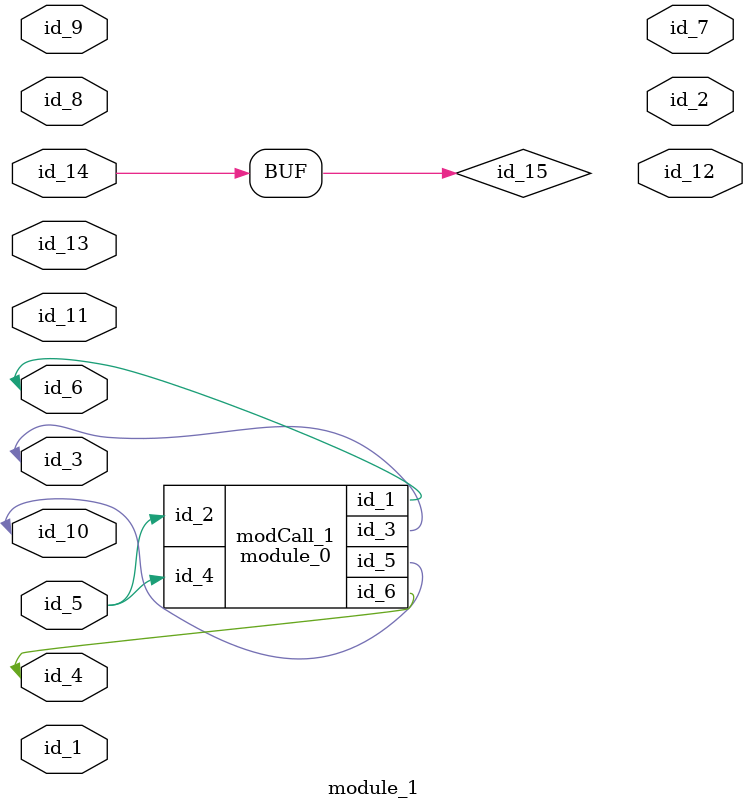
<source format=v>
module module_0 (
    id_1,
    id_2,
    id_3,
    id_4,
    id_5,
    id_6
);
  inout wire id_6;
  inout wire id_5;
  input wire id_4;
  output wire id_3;
  input wire id_2;
  output wire id_1;
endmodule
module module_1 (
    id_1,
    id_2,
    id_3,
    id_4,
    id_5,
    id_6,
    id_7,
    id_8,
    id_9,
    id_10,
    id_11,
    id_12,
    id_13,
    id_14
);
  input wire id_14;
  inout wire id_13;
  output wire id_12;
  inout wire id_11;
  inout wire id_10;
  inout wire id_9;
  inout wire id_8;
  output wire id_7;
  inout wire id_6;
  input wire id_5;
  inout wire id_4;
  inout wire id_3;
  output wire id_2;
  input wire id_1;
  wire id_15 = id_14, id_16, id_17;
  assign id_3 = id_3;
  module_0 modCall_1 (
      id_6,
      id_5,
      id_3,
      id_5,
      id_10,
      id_4
  );
  wire id_18;
endmodule

</source>
